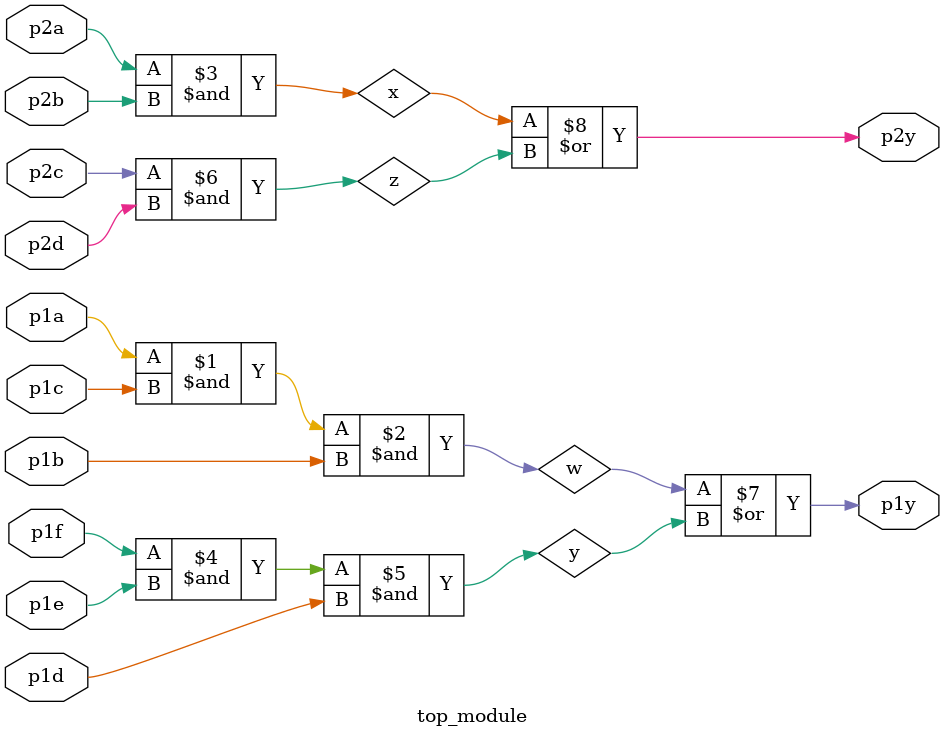
<source format=v>
module top_module ( 
    input p1a, p1b, p1c, p1d, p1e, p1f,
    output p1y,
    input p2a, p2b, p2c, p2d,
    output p2y );
	wire w,x,y,z;
//    assign w= p1a&&p1b&&p1c;
    and a1(w,p1a,p1c,p1b);
    //assign x=p2a&p2b;
    and a2(x,p2a,p2b);
    //assign y=p1f&&p1e&&p1d;
    and a3(y,p1f,p1e,p1d);
    //assign z=p2c&p2d;
    and a4(z,p2c,p2d);
    //assign p1y=w|z;
    or o2(p1y,w,y);
    //assign p2y=x|y;
    or o1(p2y,x,z);

    

endmodule

</source>
